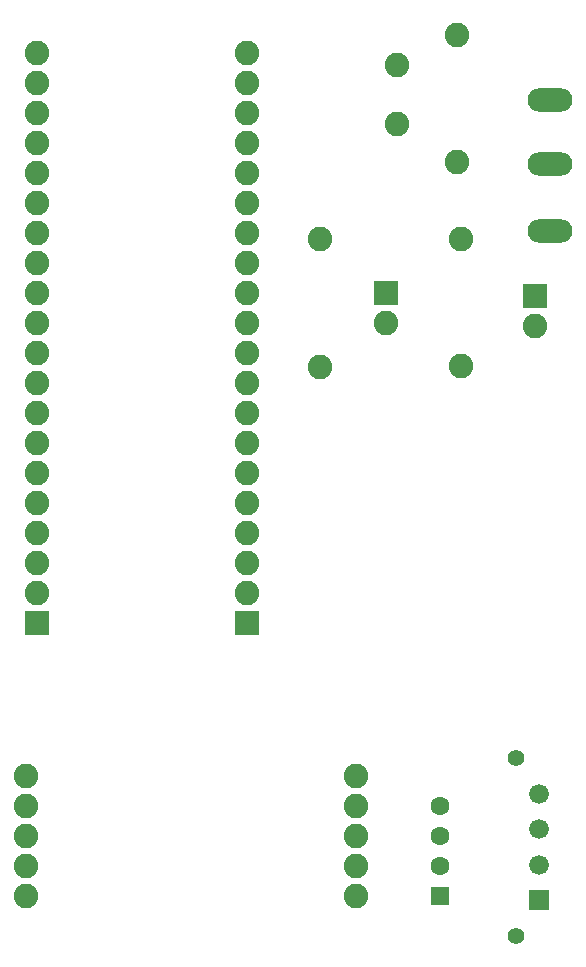
<source format=gbs>
G04*
G04 #@! TF.GenerationSoftware,Altium Limited,Altium Designer,22.8.2 (66)*
G04*
G04 Layer_Color=16711935*
%FSLAX25Y25*%
%MOIN*%
G70*
G04*
G04 #@! TF.SameCoordinates,4CFF4697-AE4C-4395-87EC-722ADA673B8C*
G04*
G04*
G04 #@! TF.FilePolarity,Negative*
G04*
G01*
G75*
%ADD15C,0.08200*%
%ADD16R,0.08200X0.08200*%
%ADD17R,0.06584X0.06584*%
%ADD18C,0.06584*%
%ADD19C,0.05600*%
%ADD20R,0.06300X0.06300*%
%ADD21C,0.06300*%
%ADD22O,0.14973X0.07887*%
%ADD23R,0.08200X0.08200*%
D15*
X161000Y253059D02*
D03*
Y210500D02*
D03*
X16000Y74000D02*
D03*
Y64000D02*
D03*
Y54000D02*
D03*
Y44000D02*
D03*
Y34000D02*
D03*
X126000D02*
D03*
Y44000D02*
D03*
Y54000D02*
D03*
Y64000D02*
D03*
Y74000D02*
D03*
X19500Y215000D02*
D03*
Y225000D02*
D03*
Y205000D02*
D03*
Y195000D02*
D03*
Y185000D02*
D03*
Y175000D02*
D03*
Y165000D02*
D03*
Y155000D02*
D03*
Y145000D02*
D03*
Y135000D02*
D03*
Y235000D02*
D03*
Y245000D02*
D03*
Y255000D02*
D03*
Y265000D02*
D03*
Y275000D02*
D03*
Y285000D02*
D03*
Y295000D02*
D03*
Y305000D02*
D03*
Y315000D02*
D03*
X89500Y215000D02*
D03*
Y225000D02*
D03*
Y205000D02*
D03*
Y195000D02*
D03*
Y185000D02*
D03*
Y175000D02*
D03*
Y165000D02*
D03*
Y155000D02*
D03*
Y145000D02*
D03*
Y135000D02*
D03*
Y235000D02*
D03*
Y245000D02*
D03*
Y255000D02*
D03*
Y265000D02*
D03*
Y275000D02*
D03*
Y285000D02*
D03*
Y295000D02*
D03*
Y305000D02*
D03*
Y315000D02*
D03*
X159500Y321059D02*
D03*
Y278500D02*
D03*
X114000Y253000D02*
D03*
Y210441D02*
D03*
X136000Y225000D02*
D03*
X185500Y224000D02*
D03*
X139500Y311000D02*
D03*
Y291300D02*
D03*
D16*
X19500Y125000D02*
D03*
X89500D02*
D03*
D17*
X187001Y32586D02*
D03*
D18*
Y44397D02*
D03*
Y56208D02*
D03*
Y68019D02*
D03*
D19*
X179284Y20775D02*
D03*
Y79830D02*
D03*
D20*
X154000Y34000D02*
D03*
D21*
Y44000D02*
D03*
Y54000D02*
D03*
Y64000D02*
D03*
D22*
X190500Y255559D02*
D03*
Y278000D02*
D03*
Y299260D02*
D03*
D23*
X136000Y235000D02*
D03*
X185500Y234000D02*
D03*
M02*

</source>
